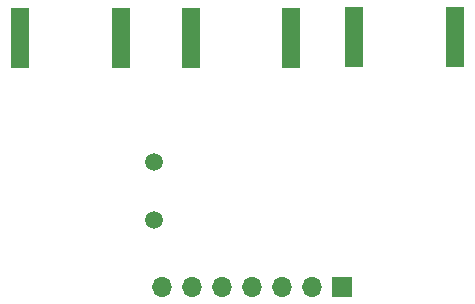
<source format=gbr>
%TF.GenerationSoftware,KiCad,Pcbnew,(6.0.11)*%
%TF.CreationDate,2023-11-05T19:40:27-06:00*%
%TF.ProjectId,PLLBoard,504c4c42-6f61-4726-942e-6b696361645f,rev?*%
%TF.SameCoordinates,Original*%
%TF.FileFunction,Soldermask,Bot*%
%TF.FilePolarity,Negative*%
%FSLAX46Y46*%
G04 Gerber Fmt 4.6, Leading zero omitted, Abs format (unit mm)*
G04 Created by KiCad (PCBNEW (6.0.11)) date 2023-11-05 19:40:27*
%MOMM*%
%LPD*%
G01*
G04 APERTURE LIST*
%ADD10C,1.500000*%
%ADD11R,1.500000X5.080000*%
%ADD12R,1.700000X1.700000*%
%ADD13O,1.700000X1.700000*%
G04 APERTURE END LIST*
D10*
%TO.C,Y2*%
X61468000Y-73914000D03*
X61468000Y-69034000D03*
%TD*%
D11*
%TO.C,J4*%
X78440000Y-58500000D03*
X86940000Y-58500000D03*
%TD*%
%TO.C,J3*%
X64584000Y-58547000D03*
X73084000Y-58547000D03*
%TD*%
%TO.C,J2*%
X50160000Y-58510000D03*
X58660000Y-58510000D03*
%TD*%
D12*
%TO.C,J1*%
X77419200Y-79603600D03*
D13*
X74879200Y-79603600D03*
X72339200Y-79603600D03*
X69799200Y-79603600D03*
X67259200Y-79603600D03*
X64719200Y-79603600D03*
X62179200Y-79603600D03*
%TD*%
M02*

</source>
